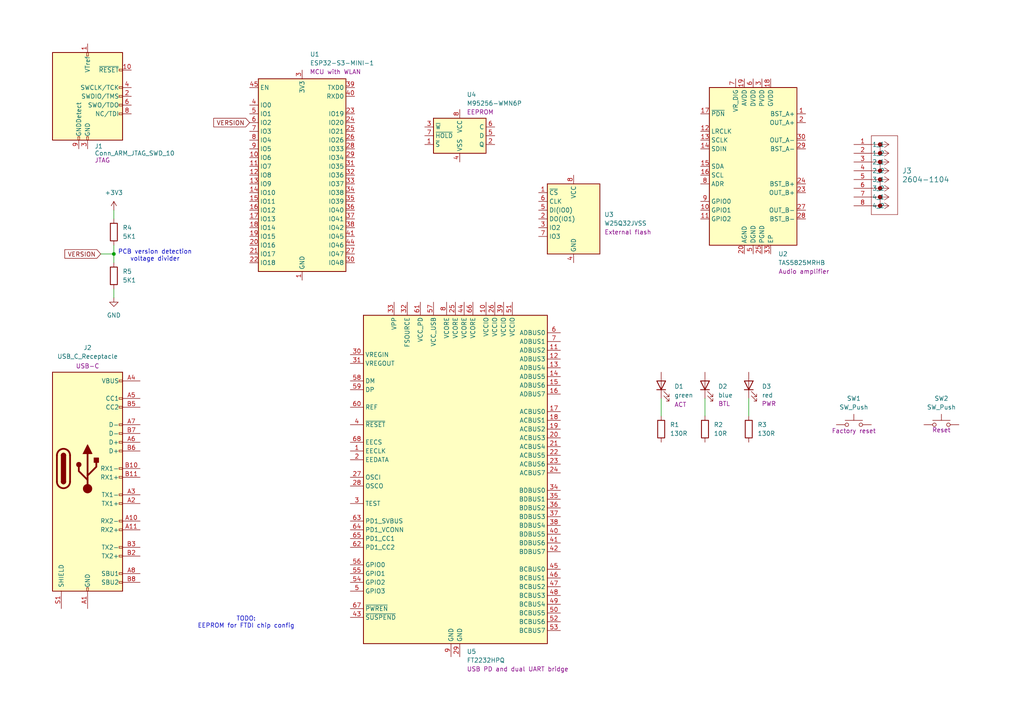
<source format=kicad_sch>
(kicad_sch (version 20231120) (generator "eeschema") (generator_version "8.0")
  (paper "A4")
  (title_block (title "soundbox"))
  (lib_symbols
    (symbol "Amplifier_Audio:TAS5825MRHB"
      (property "Reference" "U" (at -11.43 24.13 0))
      (property "Value" "TAS5825MRHB" (at 13.97 24.13 0))
      (symbol "TAS5825MRHB_0_1"
        (rectangle (start -12.7 22.86) (end 12.7 -22.86) (stroke (width 0.254)) (fill (type background)))
      )
      (symbol "TAS5825MRHB_1_1"
        (pin passive line (at 15.24 15.24 180) (length 2.54) (name "BST_A+") (number "1"))
        (pin bidirectional line (at -15.24 -12.7 0) (length 2.54) (name "GPIO1") (number "10"))
        (pin bidirectional line (at -15.24 -15.24 0) (length 2.54) (name "GPIO2") (number "11"))
        (pin input line (at -15.24 10.16 0) (length 2.54) (name "LRCLK") (number "12"))
        (pin input line (at -15.24 7.62 0) (length 2.54) (name "SCLK") (number "13"))
        (pin input line (at -15.24 5.08 0) (length 2.54) (name "SDIN") (number "14"))
        (pin bidirectional line (at -15.24 0 0) (length 2.54) (name "SDA") (number "15"))
        (pin input line (at -15.24 -2.54 0) (length 2.54) (name "SCL") (number "16"))
        (pin input line (at -15.24 15.24 0) (length 2.54) (name "~{PDN}") (number "17"))
        (pin passive line (at 5.08 25.4 270) (length 2.54) (name "GVDD") (number "18"))
        (pin passive line (at -2.54 25.4 270) (length 2.54) (name "AVDD") (number "19"))
        (pin output line (at 15.24 12.7 180) (length 2.54) (name "OUT_A+") (number "2"))
        (pin power_in line (at -2.54 -25.4 90) (length 2.54) (name "AGND") (number "20"))
        (pin passive line (at 2.54 25.4 270) (length 2.54) hide (name "PVDD") (number "21"))
        (pin passive line (at 2.54 25.4 270) (length 2.54) hide (name "PVDD") (number "22"))
        (pin output line (at 15.24 -7.62 180) (length 2.54) (name "OUT_B+") (number "23"))
        (pin passive line (at 15.24 -5.08 180) (length 2.54) (name "BST_B+") (number "24"))
        (pin power_in line (at 2.54 -25.4 90) (length 2.54) (name "PGND") (number "25"))
        (pin passive line (at 2.54 -25.4 90) (length 2.54) hide (name "PGND") (number "26"))
        (pin output line (at 15.24 -12.7 180) (length 2.54) (name "OUT_B-") (number "27"))
        (pin passive line (at 15.24 -15.24 180) (length 2.54) (name "BST_B-") (number "28"))
        (pin passive line (at 15.24 5.08 180) (length 2.54) (name "BST_A-") (number "29"))
        (pin power_in line (at 2.54 25.4 270) (length 2.54) (name "PVDD") (number "3"))
        (pin output line (at 15.24 7.62 180) (length 2.54) (name "OUT_A-") (number "30"))
        (pin passive line (at 2.54 -25.4 90) (length 2.54) hide (name "PGND") (number "31"))
        (pin passive line (at 2.54 -25.4 90) (length 2.54) hide (name "PGND") (number "32"))
        (pin passive line (at 5.08 -25.4 90) (length 2.54) (name "EP") (number "33"))
        (pin passive line (at 2.54 25.4 270) (length 2.54) hide (name "PVDD") (number "4"))
        (pin power_in line (at 0 -25.4 90) (length 2.54) (name "DGND") (number "5"))
        (pin power_in line (at 0 25.4 270) (length 2.54) (name "DVDD") (number "6"))
        (pin passive line (at -5.08 25.4 270) (length 2.54) (name "VR_DIG") (number "7"))
        (pin passive line (at -15.24 -5.08 0) (length 2.54) (name "ADR") (number "8"))
        (pin bidirectional line (at -15.24 -10.16 0) (length 2.54) (name "GPIO0") (number "9"))
      )
    )
    (symbol "Connector:Conn_ARM_JTAG_SWD_10" (pin_names (offset 1.016))
      (property "Reference" "J" (at -2.54 16.51 0))
      (property "Value" "Conn_ARM_JTAG_SWD_10" (at -2.54 13.97 0))
      (symbol "Conn_ARM_JTAG_SWD_10_0_1"
        (rectangle (start -10.16 12.7) (end 10.16 -12.7) (stroke (width 0.254)) (fill (type background)))
        (rectangle (start -2.794 -12.7) (end -2.286 -11.684))
        (rectangle (start -0.254 -12.7) (end 0.254 -11.684))
        (rectangle (start -0.254 12.7) (end 0.254 11.684))
        (rectangle (start 9.144 2.286) (end 10.16 2.794))
        (rectangle (start 10.16 -2.794) (end 9.144 -2.286))
        (rectangle (start 10.16 -0.254) (end 9.144 0.254))
        (rectangle (start 10.16 7.874) (end 9.144 7.366))
      )
      (symbol "Conn_ARM_JTAG_SWD_10_1_1"
        (rectangle (start 9.144 -5.334) (end 10.16 -4.826))
        (pin power_in line (at 0 15.24 270) (length 2.54) (name "VTref") (number "1"))
        (pin open_collector line (at 12.7 7.62 180) (length 2.54) (name "~{RESET}") (number "10"))
        (pin bidirectional line (at 12.7 0 180) (length 2.54) (name "SWDIO/TMS") (number "2"))
        (pin power_in line (at 0 -15.24 90) (length 2.54) (name "GND") (number "3"))
        (pin output line (at 12.7 2.54 180) (length 2.54) (name "SWCLK/TCK") (number "4"))
        (pin passive line (at 0 -15.24 90) (length 2.54) hide (name "GND") (number "5"))
        (pin input line (at 12.7 -2.54 180) (length 2.54) (name "SWO/TDO") (number "6"))
        (pin no_connect line (at -10.16 0 0) (length 2.54) hide (name "KEY") (number "7"))
        (pin output line (at 12.7 -5.08 180) (length 2.54) (name "NC/TDI") (number "8"))
        (pin passive line (at -2.54 -15.24 90) (length 2.54) (name "GNDDetect") (number "9"))
      )
    )
    (symbol "Connector:USB_C_Receptacle" (pin_names (offset 1.016))
      (property "Reference" "J" (at -10.16 29.21 0))
      (property "Value" "USB_C_Receptacle" (at 10.16 29.21 0))
      (symbol "USB_C_Receptacle_0_0"
        (rectangle (start -0.254 -35.56) (end 0.254 -34.544))
        (rectangle (start 10.16 -32.766) (end 9.144 -33.274))
        (rectangle (start 10.16 -30.226) (end 9.144 -30.734))
        (rectangle (start 10.16 -25.146) (end 9.144 -25.654))
        (rectangle (start 10.16 -22.606) (end 9.144 -23.114))
        (rectangle (start 10.16 -17.526) (end 9.144 -18.034))
        (rectangle (start 10.16 -14.986) (end 9.144 -15.494))
        (rectangle (start 10.16 -9.906) (end 9.144 -10.414))
        (rectangle (start 10.16 -7.366) (end 9.144 -7.874))
        (rectangle (start 10.16 -2.286) (end 9.144 -2.794))
        (rectangle (start 10.16 0.254) (end 9.144 -0.254))
        (rectangle (start 10.16 5.334) (end 9.144 4.826))
        (rectangle (start 10.16 7.874) (end 9.144 7.366))
        (rectangle (start 10.16 10.414) (end 9.144 9.906))
        (rectangle (start 10.16 12.954) (end 9.144 12.446))
        (rectangle (start 10.16 18.034) (end 9.144 17.526))
        (rectangle (start 10.16 20.574) (end 9.144 20.066))
        (rectangle (start 10.16 25.654) (end 9.144 25.146))
      )
      (symbol "USB_C_Receptacle_0_1"
        (rectangle (start -10.16 27.94) (end 10.16 -35.56) (stroke (width 0.254)) (fill (type background)))
        (arc (start -8.89 -3.81) (mid -6.985 -5.7067) (end -5.08 -3.81) (stroke (width 0.508)))
        (arc (start -7.62 -3.81) (mid -6.985 -4.4423) (end -6.35 -3.81) (stroke (width 0.254)))
        (arc (start -7.62 -3.81) (mid -6.985 -4.4423) (end -6.35 -3.81) (stroke (width 0.254)) (fill (type outline)))
        (rectangle (start -7.62 -3.81) (end -6.35 3.81) (stroke (width 0.254)) (fill (type outline)))
        (arc (start -6.35 3.81) (mid -6.985 4.4423) (end -7.62 3.81) (stroke (width 0.254)))
        (arc (start -6.35 3.81) (mid -6.985 4.4423) (end -7.62 3.81) (stroke (width 0.254)) (fill (type outline)))
        (arc (start -5.08 3.81) (mid -6.985 5.7067) (end -8.89 3.81) (stroke (width 0.508)))
        (polyline (pts (xy -8.89 -3.81) (xy -8.89 3.81)) (stroke (width 0.508)))
        (polyline (pts (xy -5.08 3.81) (xy -5.08 -3.81)) (stroke (width 0.508)))
      )
      (symbol "USB_C_Receptacle_1_1"
        (circle (center -2.54 1.143) (radius 0.635) (stroke (width 0.254)) (fill (type outline)))
        (circle (center 0 -5.842) (radius 1.27) (fill (type outline)))
        (polyline (pts (xy 0 -5.842) (xy 0 4.318)) (stroke (width 0.508)))
        (polyline (pts (xy 0 -3.302) (xy -2.54 -0.762) (xy -2.54 0.508)) (stroke (width 0.508)))
        (polyline (pts (xy 0 -2.032) (xy 2.54 0.508) (xy 2.54 1.778)) (stroke (width 0.508)))
        (polyline (pts (xy -1.27 4.318) (xy 0 6.858) (xy 1.27 4.318) (xy -1.27 4.318)) (stroke (width 0.254)) (fill (type outline)))
        (rectangle (start 1.905 1.778) (end 3.175 3.048) (stroke (width 0.254)) (fill (type outline)))
        (pin passive line (at 0 -40.64 90) (length 5.08) (name "GND") (number "A1"))
        (pin bidirectional line (at 15.24 -15.24 180) (length 5.08) (name "RX2-") (number "A10"))
        (pin bidirectional line (at 15.24 -17.78 180) (length 5.08) (name "RX2+") (number "A11"))
        (pin passive line (at 0 -40.64 90) (length 5.08) hide (name "GND") (number "A12"))
        (pin bidirectional line (at 15.24 -10.16 180) (length 5.08) (name "TX1+") (number "A2"))
        (pin bidirectional line (at 15.24 -7.62 180) (length 5.08) (name "TX1-") (number "A3"))
        (pin passive line (at 15.24 25.4 180) (length 5.08) (name "VBUS") (number "A4"))
        (pin bidirectional line (at 15.24 20.32 180) (length 5.08) (name "CC1") (number "A5"))
        (pin bidirectional line (at 15.24 7.62 180) (length 5.08) (name "D+") (number "A6"))
        (pin bidirectional line (at 15.24 12.7 180) (length 5.08) (name "D-") (number "A7"))
        (pin bidirectional line (at 15.24 -30.48 180) (length 5.08) (name "SBU1") (number "A8"))
        (pin passive line (at 15.24 25.4 180) (length 5.08) hide (name "VBUS") (number "A9"))
        (pin passive line (at 0 -40.64 90) (length 5.08) hide (name "GND") (number "B1"))
        (pin bidirectional line (at 15.24 0 180) (length 5.08) (name "RX1-") (number "B10"))
        (pin bidirectional line (at 15.24 -2.54 180) (length 5.08) (name "RX1+") (number "B11"))
        (pin passive line (at 0 -40.64 90) (length 5.08) hide (name "GND") (number "B12"))
        (pin bidirectional line (at 15.24 -25.4 180) (length 5.08) (name "TX2+") (number "B2"))
        (pin bidirectional line (at 15.24 -22.86 180) (length 5.08) (name "TX2-") (number "B3"))
        (pin passive line (at 15.24 25.4 180) (length 5.08) hide (name "VBUS") (number "B4"))
        (pin bidirectional line (at 15.24 17.78 180) (length 5.08) (name "CC2") (number "B5"))
        (pin bidirectional line (at 15.24 5.08 180) (length 5.08) (name "D+") (number "B6"))
        (pin bidirectional line (at 15.24 10.16 180) (length 5.08) (name "D-") (number "B7"))
        (pin bidirectional line (at 15.24 -33.02 180) (length 5.08) (name "SBU2") (number "B8"))
        (pin passive line (at 15.24 25.4 180) (length 5.08) hide (name "VBUS") (number "B9"))
        (pin passive line (at -7.62 -40.64 90) (length 5.08) (name "SHIELD") (number "S1"))
      )
    )
    (symbol "Device:LED" (pin_numbers hide) (pin_names (offset 1.016) hide)
      (property "Reference" "D" (at 0 2.54 0))
      (property "Value" "LED" (at 0 -2.54 0))
      (symbol "LED_0_1"
        (polyline (pts (xy -1.27 -1.27) (xy -1.27 1.27)) (stroke (width 0.254)))
        (polyline (pts (xy -1.27 0) (xy 1.27 0)))
        (polyline (pts (xy 1.27 -1.27) (xy 1.27 1.27) (xy -1.27 0) (xy 1.27 -1.27)) (stroke (width 0.254)))
        (polyline (pts (xy -3.048 -0.762) (xy -4.572 -2.286) (xy -3.81 -2.286) (xy -4.572 -2.286) (xy -4.572 -1.524)))
        (polyline (pts (xy -1.778 -0.762) (xy -3.302 -2.286) (xy -2.54 -2.286) (xy -3.302 -2.286) (xy -3.302 -1.524)))
      )
      (symbol "LED_1_1"
        (pin passive line (at -3.81 0 0) (length 2.54) (name "K") (number "1"))
        (pin passive line (at 3.81 0 180) (length 2.54) (name "A") (number "2"))
      )
    )
    (symbol "Device:R" (pin_numbers hide) (pin_names (offset 0))
      (property "Reference" "R" (at 2.032 0 90))
      (property "Value" "R" (at 0 0 90))
      (symbol "R_0_1"
        (rectangle (start -1.016 -2.54) (end 1.016 2.54) (stroke (width 0.254)))
      )
      (symbol "R_1_1"
        (pin passive line (at 0 3.81 270) (length 1.27) (name "~") (number "1"))
        (pin passive line (at 0 -3.81 90) (length 1.27) (name "~") (number "2"))
      )
    )
    (symbol "Memory_EEPROM:M95256-WMN6P"
      (property "Reference" "U" (at -7.62 6.35 0))
      (property "Value" "M95256-WMN6P" (at 2.54 -6.35 0))
      (symbol "M95256-WMN6P_1_1"
        (rectangle (start -7.62 5.08) (end 7.62 -5.08) (stroke (width 0.254)) (fill (type background)))
        (pin input line (at -10.16 -2.54 0) (length 2.54) (name "~{S}") (number "1"))
        (pin output line (at 10.16 -2.54 180) (length 2.54) (name "Q") (number "2"))
        (pin input line (at -10.16 2.54 0) (length 2.54) (name "~{W}") (number "3"))
        (pin power_in line (at 0 -7.62 90) (length 2.54) (name "VSS") (number "4"))
        (pin input line (at 10.16 0 180) (length 2.54) (name "D") (number "5"))
        (pin input line (at 10.16 2.54 180) (length 2.54) (name "C") (number "6"))
        (pin input line (at -10.16 0 0) (length 2.54) (name "~{HOLD}") (number "7"))
        (pin power_in line (at 0 7.62 270) (length 2.54) (name "VCC") (number "8"))
      )
    )
    (symbol "Memory_Flash:W25Q32JVSS"
      (property "Reference" "U" (at -6.35 11.43 0))
      (property "Value" "W25Q32JVSS" (at 7.62 11.43 0))
      (symbol "W25Q32JVSS_0_1"
        (rectangle (start -7.62 10.16) (end 7.62 -10.16) (stroke (width 0.254)) (fill (type background)))
      )
      (symbol "W25Q32JVSS_1_1"
        (pin input line (at -10.16 7.62 0) (length 2.54) (name "~{CS}") (number "1"))
        (pin bidirectional line (at -10.16 0 0) (length 2.54) (name "DO(IO1)") (number "2"))
        (pin bidirectional line (at -10.16 -2.54 0) (length 2.54) (name "IO2") (number "3"))
        (pin power_in line (at 0 -12.7 90) (length 2.54) (name "GND") (number "4"))
        (pin bidirectional line (at -10.16 2.54 0) (length 2.54) (name "DI(IO0)") (number "5"))
        (pin input line (at -10.16 5.08 0) (length 2.54) (name "CLK") (number "6"))
        (pin bidirectional line (at -10.16 -5.08 0) (length 2.54) (name "IO3") (number "7"))
        (pin power_in line (at 0 12.7 270) (length 2.54) (name "VCC") (number "8"))
      )
    )
    (symbol "RF_Module:ESP32-S3-MINI-1"
      (property "Reference" "U" (at -11.43 29.21 0))
      (property "Value" "ESP32-S3-MINI-1" (at 12.7 29.21 0))
      (symbol "ESP32-S3-MINI-1_0_1"
        (rectangle (start -12.7 27.94) (end 12.7 -27.94) (stroke (width 0.254)) (fill (type background)))
      )
      (symbol "ESP32-S3-MINI-1_1_1"
        (pin power_in line (at 0 -30.48 90) (length 2.54) (name "GND") (number "1"))
        (pin bidirectional line (at -15.24 5.08 0) (length 2.54) (name "IO6") (number "10"))
        (pin bidirectional line (at -15.24 2.54 0) (length 2.54) (name "IO7") (number "11"))
        (pin bidirectional line (at -15.24 0 0) (length 2.54) (name "IO8") (number "12"))
        (pin bidirectional line (at -15.24 -2.54 0) (length 2.54) (name "IO9") (number "13"))
        (pin bidirectional line (at -15.24 -5.08 0) (length 2.54) (name "IO10") (number "14"))
        (pin bidirectional line (at -15.24 -7.62 0) (length 2.54) (name "IO11") (number "15"))
        (pin bidirectional line (at -15.24 -10.16 0) (length 2.54) (name "IO12") (number "16"))
        (pin bidirectional line (at -15.24 -12.7 0) (length 2.54) (name "IO13") (number "17"))
        (pin bidirectional line (at -15.24 -15.24 0) (length 2.54) (name "IO14") (number "18"))
        (pin bidirectional line (at -15.24 -17.78 0) (length 2.54) (name "IO15") (number "19"))
        (pin passive line (at 0 -30.48 90) (length 2.54) hide (name "GND") (number "2"))
        (pin bidirectional line (at -15.24 -20.32 0) (length 2.54) (name "IO16") (number "20"))
        (pin bidirectional line (at -15.24 -22.86 0) (length 2.54) (name "IO17") (number "21"))
        (pin bidirectional line (at -15.24 -25.4 0) (length 2.54) (name "IO18") (number "22"))
        (pin bidirectional line (at 15.24 17.78 180) (length 2.54) (name "IO19") (number "23"))
        (pin bidirectional line (at 15.24 15.24 180) (length 2.54) (name "IO20") (number "24"))
        (pin bidirectional line (at 15.24 12.7 180) (length 2.54) (name "IO21") (number "25"))
        (pin bidirectional line (at 15.24 10.16 180) (length 2.54) (name "IO26") (number "26"))
        (pin bidirectional line (at 15.24 -22.86 180) (length 2.54) (name "IO47") (number "27"))
        (pin bidirectional line (at 15.24 7.62 180) (length 2.54) (name "IO33") (number "28"))
        (pin bidirectional line (at 15.24 5.08 180) (length 2.54) (name "IO34") (number "29"))
        (pin power_in line (at 0 30.48 270) (length 2.54) (name "3V3") (number "3"))
        (pin bidirectional line (at 15.24 -25.4 180) (length 2.54) (name "IO48") (number "30"))
        (pin bidirectional line (at 15.24 2.54 180) (length 2.54) (name "IO35") (number "31"))
        (pin bidirectional line (at 15.24 0 180) (length 2.54) (name "IO36") (number "32"))
        (pin bidirectional line (at 15.24 -2.54 180) (length 2.54) (name "IO37") (number "33"))
        (pin bidirectional line (at 15.24 -5.08 180) (length 2.54) (name "IO38") (number "34"))
        (pin bidirectional line (at 15.24 -7.62 180) (length 2.54) (name "IO39") (number "35"))
        (pin bidirectional line (at 15.24 -10.16 180) (length 2.54) (name "IO40") (number "36"))
        (pin bidirectional line (at 15.24 -12.7 180) (length 2.54) (name "IO41") (number "37"))
        (pin bidirectional line (at 15.24 -15.24 180) (length 2.54) (name "IO42") (number "38"))
        (pin bidirectional line (at 15.24 25.4 180) (length 2.54) (name "TXD0") (number "39"))
        (pin bidirectional line (at -15.24 20.32 0) (length 2.54) (name "IO0") (number "4"))
        (pin bidirectional line (at 15.24 22.86 180) (length 2.54) (name "RXD0") (number "40"))
        (pin bidirectional line (at 15.24 -17.78 180) (length 2.54) (name "IO45") (number "41"))
        (pin passive line (at 0 -30.48 90) (length 2.54) hide (name "GND") (number "42"))
        (pin passive line (at 0 -30.48 90) (length 2.54) hide (name "GND") (number "43"))
        (pin bidirectional line (at 15.24 -20.32 180) (length 2.54) (name "IO46") (number "44"))
        (pin input line (at -15.24 25.4 0) (length 2.54) (name "EN") (number "45"))
        (pin passive line (at 0 -30.48 90) (length 2.54) hide (name "GND") (number "46"))
        (pin passive line (at 0 -30.48 90) (length 2.54) hide (name "GND") (number "47"))
        (pin passive line (at 0 -30.48 90) (length 2.54) hide (name "GND") (number "48"))
        (pin passive line (at 0 -30.48 90) (length 2.54) hide (name "GND") (number "49"))
        (pin bidirectional line (at -15.24 17.78 0) (length 2.54) (name "IO1") (number "5"))
        (pin passive line (at 0 -30.48 90) (length 2.54) hide (name "GND") (number "50"))
        (pin passive line (at 0 -30.48 90) (length 2.54) hide (name "GND") (number "51"))
        (pin passive line (at 0 -30.48 90) (length 2.54) hide (name "GND") (number "52"))
        (pin passive line (at 0 -30.48 90) (length 2.54) hide (name "GND") (number "53"))
        (pin passive line (at 0 -30.48 90) (length 2.54) hide (name "GND") (number "54"))
        (pin passive line (at 0 -30.48 90) (length 2.54) hide (name "GND") (number "55"))
        (pin passive line (at 0 -30.48 90) (length 2.54) hide (name "GND") (number "56"))
        (pin passive line (at 0 -30.48 90) (length 2.54) hide (name "GND") (number "57"))
        (pin passive line (at 0 -30.48 90) (length 2.54) hide (name "GND") (number "58"))
        (pin passive line (at 0 -30.48 90) (length 2.54) hide (name "GND") (number "59"))
        (pin bidirectional line (at -15.24 15.24 0) (length 2.54) (name "IO2") (number "6"))
        (pin passive line (at 0 -30.48 90) (length 2.54) hide (name "GND") (number "60"))
        (pin passive line (at 0 -30.48 90) (length 2.54) hide (name "GND") (number "61"))
        (pin passive line (at 0 -30.48 90) (length 2.54) hide (name "GND") (number "62"))
        (pin passive line (at 0 -30.48 90) (length 2.54) hide (name "GND") (number "63"))
        (pin passive line (at 0 -30.48 90) (length 2.54) hide (name "GND") (number "64"))
        (pin passive line (at 0 -30.48 90) (length 2.54) hide (name "GND") (number "65"))
        (pin bidirectional line (at -15.24 12.7 0) (length 2.54) (name "IO3") (number "7"))
        (pin bidirectional line (at -15.24 10.16 0) (length 2.54) (name "IO4") (number "8"))
        (pin bidirectional line (at -15.24 7.62 0) (length 2.54) (name "IO5") (number "9"))
      )
    )
    (symbol "Switch:SW_Push" (pin_numbers hide) (pin_names (offset 1.016) hide)
      (property "Reference" "SW" (at 1.27 2.54 0))
      (property "Value" "SW_Push" (at 0 -1.524 0))
      (symbol "SW_Push_0_1"
        (circle (center -2.032 0) (radius 0.508))
        (polyline (pts (xy 0 1.27) (xy 0 3.048)))
        (polyline (pts (xy 2.54 1.27) (xy -2.54 1.27)))
        (circle (center 2.032 0) (radius 0.508))
        (pin passive line (at -5.08 0 0) (length 2.54) (name "1") (number "1"))
        (pin passive line (at 5.08 0 180) (length 2.54) (name "2") (number "2"))
      )
    )
    (symbol "Ultra_Librarian:2604-1104" (pin_names (offset 0.254))
      (property "Reference" "J" (at 8.89 6.35 0))
      (property "Value" "2604-1104" (at 0 0 0))
      (symbol "2604-1104_1_1"
        (polyline (pts (xy 5.08 -20.32) (xy 12.7 -20.32)) (stroke (width 0.127)))
        (polyline (pts (xy 5.08 2.54) (xy 5.08 -20.32)) (stroke (width 0.127)))
        (polyline (pts (xy 7.62 -15.24) (xy 7.62 -17.78)) (stroke (width 0.127)))
        (polyline (pts (xy 7.62 -10.16) (xy 7.62 -12.7)) (stroke (width 0.127)))
        (polyline (pts (xy 7.62 -5.08) (xy 7.62 -7.62)) (stroke (width 0.127)))
        (polyline (pts (xy 7.62 0) (xy 7.62 -2.54)) (stroke (width 0.127)))
        (polyline (pts (xy 10.16 -17.78) (xy 5.08 -17.78)) (stroke (width 0.127)))
        (polyline (pts (xy 10.16 -17.78) (xy 8.89 -18.6267)) (stroke (width 0.127)))
        (polyline (pts (xy 10.16 -17.78) (xy 8.89 -16.9333)) (stroke (width 0.127)))
        (polyline (pts (xy 10.16 -15.24) (xy 5.08 -15.24)) (stroke (width 0.127)))
        (polyline (pts (xy 10.16 -15.24) (xy 8.89 -16.0867)) (stroke (width 0.127)))
        (polyline (pts (xy 10.16 -15.24) (xy 8.89 -14.3933)) (stroke (width 0.127)))
        (polyline (pts (xy 10.16 -12.7) (xy 5.08 -12.7)) (stroke (width 0.127)))
        (polyline (pts (xy 10.16 -12.7) (xy 8.89 -13.5467)) (stroke (width 0.127)))
        (polyline (pts (xy 10.16 -12.7) (xy 8.89 -11.8533)) (stroke (width 0.127)))
        (polyline (pts (xy 10.16 -10.16) (xy 5.08 -10.16)) (stroke (width 0.127)))
        (polyline (pts (xy 10.16 -10.16) (xy 8.89 -11.0067)) (stroke (width 0.127)))
        (polyline (pts (xy 10.16 -10.16) (xy 8.89 -9.3133)) (stroke (width 0.127)))
        (polyline (pts (xy 10.16 -7.62) (xy 5.08 -7.62)) (stroke (width 0.127)))
        (polyline (pts (xy 10.16 -7.62) (xy 8.89 -8.4667)) (stroke (width 0.127)))
        (polyline (pts (xy 10.16 -7.62) (xy 8.89 -6.7733)) (stroke (width 0.127)))
        (polyline (pts (xy 10.16 -5.08) (xy 5.08 -5.08)) (stroke (width 0.127)))
        (polyline (pts (xy 10.16 -5.08) (xy 8.89 -5.9267)) (stroke (width 0.127)))
        (polyline (pts (xy 10.16 -5.08) (xy 8.89 -4.2333)) (stroke (width 0.127)))
        (polyline (pts (xy 10.16 -2.54) (xy 5.08 -2.54)) (stroke (width 0.127)))
        (polyline (pts (xy 10.16 -2.54) (xy 8.89 -3.3867)) (stroke (width 0.127)))
        (polyline (pts (xy 10.16 -2.54) (xy 8.89 -1.6933)) (stroke (width 0.127)))
        (polyline (pts (xy 10.16 0) (xy 5.08 0)) (stroke (width 0.127)))
        (polyline (pts (xy 10.16 0) (xy 8.89 -0.8467)) (stroke (width 0.127)))
        (polyline (pts (xy 10.16 0) (xy 8.89 0.8467)) (stroke (width 0.127)))
        (polyline (pts (xy 12.7 -20.32) (xy 12.7 2.54)) (stroke (width 0.127)))
        (polyline (pts (xy 12.7 2.54) (xy 5.08 2.54)) (stroke (width 0.127)))
        (circle (center 7.62 -17.78) (radius 0.127) (stroke (width 0.508)))
        (circle (center 7.62 -15.24) (radius 0.127) (stroke (width 0.508)))
        (circle (center 7.62 -12.7) (radius 0.127) (stroke (width 0.508)))
        (circle (center 7.62 -10.16) (radius 0.127) (stroke (width 0.508)))
        (circle (center 7.62 -7.62) (radius 0.127) (stroke (width 0.508)))
        (circle (center 7.62 -5.08) (radius 0.127) (stroke (width 0.508)))
        (circle (center 7.62 -2.54) (radius 0.127) (stroke (width 0.508)))
        (circle (center 7.62 0) (radius 0.127) (stroke (width 0.508)))
        (pin unspecified line (at 0 0 0) (length 5.08) (name "1_1") (number "1"))
        (pin unspecified line (at 0 -2.54 0) (length 5.08) (name "1_2") (number "2"))
        (pin unspecified line (at 0 -5.08 0) (length 5.08) (name "2_1") (number "3"))
        (pin unspecified line (at 0 -7.62 0) (length 5.08) (name "2_2") (number "4"))
        (pin unspecified line (at 0 -10.16 0) (length 5.08) (name "3_1") (number "5"))
        (pin unspecified line (at 0 -12.7 0) (length 5.08) (name "3_2") (number "6"))
        (pin unspecified line (at 0 -15.24 0) (length 5.08) (name "4_1") (number "7"))
        (pin unspecified line (at 0 -17.78 0) (length 5.08) (name "4_2") (number "8"))
      )
      (symbol "2604-1104_1_2"
        (polyline (pts (xy 5.08 -20.32) (xy 12.7 -20.32)) (stroke (width 0.127)))
        (polyline (pts (xy 5.08 2.54) (xy 5.08 -20.32)) (stroke (width 0.127)))
        (polyline (pts (xy 7.62 -15.24) (xy 7.62 -17.78)) (stroke (width 0.127)))
        (polyline (pts (xy 7.62 -10.16) (xy 7.62 -12.7)) (stroke (width 0.127)))
        (polyline (pts (xy 7.62 -5.08) (xy 7.62 -7.62)) (stroke (width 0.127)))
        (polyline (pts (xy 7.62 0) (xy 7.62 -2.54)) (stroke (width 0.127)))
        (polyline (pts (xy 10.16 -17.78) (xy 5.08 -17.78)) (stroke (width 0.127)))
        (polyline (pts (xy 10.16 -17.78) (xy 8.89 -18.6267)) (stroke (width 0.127)))
        (polyline (pts (xy 10.16 -17.78) (xy 8.89 -16.9333)) (stroke (width 0.127)))
        (polyline (pts (xy 10.16 -15.24) (xy 5.08 -15.24)) (stroke (width 0.127)))
        (polyline (pts (xy 10.16 -15.24) (xy 8.89 -16.0867)) (stroke (width 0.127)))
        (polyline (pts (xy 10.16 -15.24) (xy 8.89 -14.3933)) (stroke (width 0.127)))
        (polyline (pts (xy 10.16 -12.7) (xy 5.08 -12.7)) (stroke (width 0.127)))
        (polyline (pts (xy 10.16 -12.7) (xy 8.89 -13.5467)) (stroke (width 0.127)))
        (polyline (pts (xy 10.16 -12.7) (xy 8.89 -11.8533)) (stroke (width 0.127)))
        (polyline (pts (xy 10.16 -10.16) (xy 5.08 -10.16)) (stroke (width 0.127)))
        (polyline (pts (xy 10.16 -10.16) (xy 8.89 -11.0067)) (stroke (width 0.127)))
        (polyline (pts (xy 10.16 -10.16) (xy 8.89 -9.3133)) (stroke (width 0.127)))
        (polyline (pts (xy 10.16 -7.62) (xy 5.08 -7.62)) (stroke (width 0.127)))
        (polyline (pts (xy 10.16 -7.62) (xy 8.89 -8.4667)) (stroke (width 0.127)))
        (polyline (pts (xy 10.16 -7.62) (xy 8.89 -6.7733)) (stroke (width 0.127)))
        (polyline (pts (xy 10.16 -5.08) (xy 5.08 -5.08)) (stroke (width 0.127)))
        (polyline (pts (xy 10.16 -5.08) (xy 8.89 -5.9267)) (stroke (width 0.127)))
        (polyline (pts (xy 10.16 -5.08) (xy 8.89 -4.2333)) (stroke (width 0.127)))
        (polyline (pts (xy 10.16 -2.54) (xy 5.08 -2.54)) (stroke (width 0.127)))
        (polyline (pts (xy 10.16 -2.54) (xy 8.89 -3.3867)) (stroke (width 0.127)))
        (polyline (pts (xy 10.16 -2.54) (xy 8.89 -1.6933)) (stroke (width 0.127)))
        (polyline (pts (xy 10.16 0) (xy 5.08 0)) (stroke (width 0.127)))
        (polyline (pts (xy 10.16 0) (xy 8.89 -0.8467)) (stroke (width 0.127)))
        (polyline (pts (xy 10.16 0) (xy 8.89 0.8467)) (stroke (width 0.127)))
        (polyline (pts (xy 12.7 -20.32) (xy 12.7 2.54)) (stroke (width 0.127)))
        (polyline (pts (xy 12.7 2.54) (xy 5.08 2.54)) (stroke (width 0.127)))
        (circle (center 7.62 -17.78) (radius 0.127) (stroke (width 0.508)))
        (circle (center 7.62 -15.24) (radius 0.127) (stroke (width 0.508)))
        (circle (center 7.62 -12.7) (radius 0.127) (stroke (width 0.508)))
        (circle (center 7.62 -10.16) (radius 0.127) (stroke (width 0.508)))
        (circle (center 7.62 -7.62) (radius 0.127) (stroke (width 0.508)))
        (circle (center 7.62 -5.08) (radius 0.127) (stroke (width 0.508)))
        (circle (center 7.62 -2.54) (radius 0.127) (stroke (width 0.508)))
        (circle (center 7.62 0) (radius 0.127) (stroke (width 0.508)))
        (pin unspecified line (at 0 0 0) (length 5.08) (name "1_1") (number "1"))
        (pin unspecified line (at 0 -2.54 0) (length 5.08) (name "1_2") (number "2"))
        (pin unspecified line (at 0 -5.08 0) (length 5.08) (name "2_1") (number "3"))
        (pin unspecified line (at 0 -7.62 0) (length 5.08) (name "2_2") (number "4"))
        (pin unspecified line (at 0 -10.16 0) (length 5.08) (name "3_1") (number "5"))
        (pin unspecified line (at 0 -12.7 0) (length 5.08) (name "3_2") (number "6"))
        (pin unspecified line (at 0 -15.24 0) (length 5.08) (name "4_1") (number "7"))
        (pin unspecified line (at 0 -17.78 0) (length 5.08) (name "4_2") (number "8"))
      )
    )
    (symbol "power:+3V3" (power) (pin_numbers hide) (pin_names (offset 0) hide)
      (property "Value" "+3V3" (at 0 3.556 0))
      (symbol "+3V3_0_1"
        (polyline (pts (xy -0.762 1.27) (xy 0 2.54)))
        (polyline (pts (xy 0 0) (xy 0 2.54)))
        (polyline (pts (xy 0 2.54) (xy 0.762 1.27)))
      )
      (symbol "+3V3_1_1"
        (pin power_in line (at 0 0 90) (length 0) (name "~") (number "1"))
      )
    )
    (symbol "power:GND" (power) (pin_numbers hide) (pin_names (offset 0) hide)
      (property "Value" "GND" (at 0 -3.81 0))
      (symbol "GND_0_1"
        (polyline (pts (xy 0 0) (xy 0 -1.27) (xy 1.27 -1.27) (xy 0 -2.54) (xy -1.27 -1.27) (xy 0 -1.27)))
      )
      (symbol "GND_1_1"
        (pin power_in line (at 0 0 270) (length 0) (name "~") (number "1"))
      )
    )
    (symbol "xengineering:FT2232HPQ"
      (property "Reference" "U" (at 20.828 52.07 0))
      (property "Value" "FT2232HPQ" (at 25.654 49.53 0))
      (symbol "FT2232HPQ_0_1"
        (rectangle (start -26.67 46.99) (end 26.67 -48.26) (stroke (width 0.254)) (fill (type background)))
      )
      (symbol "FT2232HPQ_1_1"
        (pin output line (at -30.48 7.62 0) (length 3.81) (name "EECLK") (number "1"))
        (pin input line (at 8.89 50.8 270) (length 3.81) (name "VCCIO") (number "10"))
        (pin bidirectional line (at 30.48 36.83 180) (length 3.81) (name "ADBUS2") (number "11"))
        (pin bidirectional line (at 30.48 34.29 180) (length 3.81) (name "ADBUS3") (number "12"))
        (pin bidirectional line (at 30.48 31.75 180) (length 3.81) (name "ADBUS4") (number "13"))
        (pin bidirectional line (at 30.48 29.21 180) (length 3.81) (name "ADBUS5") (number "14"))
        (pin bidirectional line (at 30.48 26.67 180) (length 3.81) (name "ADBUS6") (number "15"))
        (pin bidirectional line (at 30.48 24.13 180) (length 3.81) (name "ADBUS7") (number "16"))
        (pin bidirectional line (at 30.48 19.05 180) (length 3.81) (name "ACBUS0") (number "17"))
        (pin bidirectional line (at 30.48 16.51 180) (length 3.81) (name "ACBUS1") (number "18"))
        (pin bidirectional line (at 30.48 13.97 180) (length 3.81) (name "ACBUS2") (number "19"))
        (pin bidirectional line (at -30.48 5.08 0) (length 3.81) (name "EEDATA") (number "2"))
        (pin bidirectional line (at 30.48 11.43 180) (length 3.81) (name "ACBUS3") (number "20"))
        (pin bidirectional line (at 30.48 8.89 180) (length 3.81) (name "ACBUS4") (number "21"))
        (pin bidirectional line (at 30.48 6.35 180) (length 3.81) (name "ACBUS5") (number "22"))
        (pin bidirectional line (at 30.48 3.81 180) (length 3.81) (name "ACBUS6") (number "23"))
        (pin bidirectional line (at 30.48 1.27 180) (length 3.81) (name "ACBUS7") (number "24"))
        (pin input line (at 0 50.8 270) (length 3.81) (name "VCORE") (number "25"))
        (pin input line (at 11.43 50.8 270) (length 3.81) (name "VCCIO") (number "26"))
        (pin input line (at -30.48 0 0) (length 3.81) (name "OSCI") (number "27"))
        (pin output line (at -30.48 -2.54 0) (length 3.81) (name "OSCO") (number "28"))
        (pin input line (at 1.27 -52.07 90) (length 3.81) (name "GND") (number "29"))
        (pin input line (at -30.48 -7.62 0) (length 3.81) (name "TEST") (number "3"))
        (pin input line (at -30.48 35.56 0) (length 3.81) (name "VREGIN") (number "30"))
        (pin output line (at -30.48 33.02 0) (length 3.81) (name "VREGOUT") (number "31"))
        (pin input line (at -13.97 50.8 270) (length 3.81) (name "FSOURCE") (number "32"))
        (pin input line (at -17.78 50.8 270) (length 3.81) (name "VPP") (number "33"))
        (pin bidirectional line (at 30.48 -3.81 180) (length 3.81) (name "BDBUS0") (number "34"))
        (pin bidirectional line (at 30.48 -6.35 180) (length 3.81) (name "BDBUS1") (number "35"))
        (pin bidirectional line (at 30.48 -8.89 180) (length 3.81) (name "BDBUS2") (number "36"))
        (pin bidirectional line (at 30.48 -11.43 180) (length 3.81) (name "BDBUS3") (number "37"))
        (pin bidirectional line (at 30.48 -13.97 180) (length 3.81) (name "BDBUS4") (number "38"))
        (pin input line (at 13.97 50.8 270) (length 3.81) (name "VCCIO") (number "39"))
        (pin input line (at -30.48 15.24 0) (length 3.81) (name "~{RESET}") (number "4"))
        (pin bidirectional line (at 30.48 -16.51 180) (length 3.81) (name "BDBUS5") (number "40"))
        (pin bidirectional line (at 30.48 -19.05 180) (length 3.81) (name "BDBUS6") (number "41"))
        (pin bidirectional line (at 30.48 -21.59 180) (length 3.81) (name "BDBUS7") (number "42"))
        (pin output line (at -30.48 -40.64 0) (length 3.81) (name "~{SUSPEND}") (number "43"))
        (pin input line (at 2.54 50.8 270) (length 3.81) (name "VCORE") (number "44"))
        (pin bidirectional line (at 30.48 -26.67 180) (length 3.81) (name "BCBUS0") (number "45"))
        (pin bidirectional line (at 30.48 -29.21 180) (length 3.81) (name "BCBUS1") (number "46"))
        (pin bidirectional line (at 30.48 -31.75 180) (length 3.81) (name "BCBUS2") (number "47"))
        (pin bidirectional line (at 30.48 -34.29 180) (length 3.81) (name "BCBUS3") (number "48"))
        (pin bidirectional line (at 30.48 -36.83 180) (length 3.81) (name "BCBUS4") (number "49"))
        (pin bidirectional line (at -30.48 -33.02 0) (length 3.81) (name "GPIO3") (number "5"))
        (pin bidirectional line (at 30.48 -39.37 180) (length 3.81) (name "BCBUS5") (number "50"))
        (pin input line (at 16.51 50.8 270) (length 3.81) (name "VCCIO") (number "51"))
        (pin bidirectional line (at 30.48 -41.91 180) (length 3.81) (name "BCBUS6") (number "52"))
        (pin bidirectional line (at 30.48 -44.45 180) (length 3.81) (name "BCBUS7") (number "53"))
        (pin bidirectional line (at -30.48 -30.48 0) (length 3.81) (name "GPIO2") (number "54"))
        (pin bidirectional line (at -30.48 -27.94 0) (length 3.81) (name "GPIO1") (number "55"))
        (pin bidirectional line (at -30.48 -25.4 0) (length 3.81) (name "GPIO0") (number "56"))
        (pin input line (at -6.35 50.8 270) (length 3.81) (name "VCC_USB") (number "57"))
        (pin bidirectional line (at -30.48 27.94 0) (length 3.81) (name "DM") (number "58"))
        (pin bidirectional line (at -30.48 25.4 0) (length 3.81) (name "DP") (number "59"))
        (pin bidirectional line (at 30.48 41.91 180) (length 3.81) (name "ADBUS0") (number "6"))
        (pin input line (at -30.48 20.32 0) (length 3.81) (name "REF") (number "60"))
        (pin input line (at -10.16 50.8 270) (length 3.81) (name "VCC_PD") (number "61"))
        (pin bidirectional line (at -30.48 -20.32 0) (length 3.81) (name "PD1_CC2") (number "62"))
        (pin input line (at -30.48 -12.7 0) (length 3.81) (name "PD1_SVBUS") (number "63"))
        (pin input line (at -30.48 -15.24 0) (length 3.81) (name "PD1_VCONN") (number "64"))
        (pin bidirectional line (at -30.48 -17.78 0) (length 3.81) (name "PD1_CC1") (number "65"))
        (pin input line (at 5.08 50.8 270) (length 3.81) (name "VCORE") (number "66"))
        (pin output line (at -30.48 -38.1 0) (length 3.81) (name "~{PWREN}") (number "67"))
        (pin bidirectional line (at -30.48 10.16 0) (length 3.81) (name "EECS") (number "68"))
        (pin bidirectional line (at 30.48 39.37 180) (length 3.81) (name "ADBUS1") (number "7"))
        (pin input line (at -2.54 50.8 270) (length 3.81) (name "VCORE") (number "8"))
        (pin input line (at -1.27 -52.07 90) (length 3.81) (name "GND") (number "9"))
      )
    )
  )
  (junction (at 33.02 73.66))
  (wire (pts (xy 191.77 115.57) (xy 191.77 120.65)))
  (wire (pts (xy 29.21 73.66) (xy 33.02 73.66)))
  (wire (pts (xy 33.02 73.66) (xy 33.02 76.2)))
  (wire (pts (xy 33.02 71.12) (xy 33.02 73.66)))
  (wire (pts (xy 33.02 83.82) (xy 33.02 86.36)))
  (wire (pts (xy 33.02 60.96) (xy 33.02 63.5)))
  (wire (pts (xy 204.47 115.57) (xy 204.47 120.65)))
  (wire (pts (xy 217.17 115.57) (xy 217.17 120.65)))
  (text "TODO:\nEEPROM for FTDI chip config" (at 71.374 180.594 0) (effects (font (size 1.27 1.27))))
  (text "PCB version detection\nvoltage divider" (at 44.958 74.168 0) (effects (font (size 1.27 1.27))))
  (global_label "VERSION" (shape input) (at 29.21 73.66 180) (property "Intersheetrefs" "${INTERSHEET_REFS}" (effects (hide yes))))
  (global_label "VERSION" (shape input) (at 72.39 35.56 180) (property "Intersheetrefs" "${INTERSHEET_REFS}" (effects (hide yes))))
  (symbol (lib_id "power:GND") (at 33.02 86.36 0) (unit 1)
    (property "Reference" "#PWR01" (effects (hide yes)))
    (property "Value" "GND" (at 33.02 91.44 0))
    (property "Description" "Power symbol creates a global label with name \"GND\" , ground" (effects (hide yes)))
  )
  (symbol (lib_id "RF_Module:ESP32-S3-MINI-1") (at 87.63 50.8 0) (unit 1)
    (property "Reference" "U1" (at 89.916 15.748 0) (effects (justify left)))
    (property "Value" "ESP32-S3-MINI-1" (at 89.916 18.288 0) (effects (justify left)))
    (property "Footprint" "RF_Module:ESP32-S2-MINI-1" (effects (hide yes)))
    (property "Datasheet" "https://www.espressif.com/sites/default/files/documentation/esp32-s3-mini-1_mini-1u_datasheet_en.pdf" (effects (hide yes)))
    (property "Description" "MCU with WLAN" (at 97.282 20.828 0))
    (property "MPN" "ESP32-S3-MINI-1-N8" (effects (hide yes)))
    (property "Manufacturer" "Espressif Systems" (effects (hide yes)))
  )
  (symbol (lib_id "Memory_Flash:W25Q32JVSS") (at 166.37 63.5 0) (unit 1)
    (property "Reference" "U3" (at 175.26 62.2299 0) (effects (justify left)))
    (property "Value" "W25Q32JVSS" (at 175.26 64.7699 0) (effects (justify left)))
    (property "Footprint" "Package_SO:SOIC-8_5.23x5.23mm_P1.27mm" (effects (hide yes)))
    (property "Datasheet" "http://www.winbond.com/resource-files/w25q32jv%20revg%2003272018%20plus.pdf" (effects (hide yes)))
    (property "Description" "External flash" (at 182.118 67.31 0))
    (property "MPN" "W25Q32JVSSIQ" (effects (hide yes)))
    (property "Manufacturer" "Winbond Electronics" (effects (hide yes)))
  )
  (symbol (lib_id "Connector:Conn_ARM_JTAG_SWD_10") (at 25.4 27.94 0) (unit 1)
    (property "Reference" "J1" (at 27.432 42.418 0) (effects (justify left)))
    (property "Value" "Conn_ARM_JTAG_SWD_10" (at 27.432 44.45 0) (effects (justify left)))
    (property "Datasheet" "https://mm.digikey.com/Volume0/opasdata/d220001/medias/docus/6209/ftsh-1xx-xx-xxx-dv-xxx-xxx-x-xx-mkt.pdf" (effects (hide yes)))
    (property "Description" "JTAG" (at 27.432 46.482 0) (effects (justify left)))
    (property "MPN" "FTSH-105-01-L-DV-007-K-TR" (effects (hide yes)))
    (property "Manufacturer" "samtec" (effects (hide yes)))
  )
  (symbol (lib_id "Switch:SW_Push") (at 273.05 123.19 0) (unit 1)
    (property "Reference" "SW2" (at 273.05 115.57 0))
    (property "Value" "SW_Push" (at 273.05 118.11 0))
    (property "Footprint" "Button_Switch_SMD:SW_SPST_TL3305B" (effects (hide yes)))
    (property "Datasheet" "https://www.e-switch.com/wp-content/uploads/2024/08/TL3305.pdf" (effects (hide yes)))
    (property "Description" "Reset" (at 273.05 124.714 0))
    (property "MPN" "TL3305BF260QG" (effects (hide yes)))
    (property "Manufacturer" "E-Switch" (effects (hide yes)))
  )
  (symbol (lib_id "Ultra_Librarian:2604-1104") (at 247.65 41.91 0) (unit 1)
    (property "Reference" "J3" (at 261.62 49.5299 0) (effects (font (size 1.524 1.524)) (justify left)))
    (property "Value" "2604-1104" (at 261.62 52.0699 0) (effects (font (size 1.524 1.524)) (justify left)))
    (property "Footprint" "CONN4_2604-1104_WAG" (effects (hide yes)))
    (property "Description" "Speaker" (effects (hide yes)))
    (property "Manufacturer" "WAGO" (effects (hide yes)))
    (property "MPN" "2604-1104" (effects (hide yes)))
  )
  (symbol (lib_id "power:+3V3") (at 33.02 60.96 0) (unit 1)
    (property "Reference" "#PWR02" (effects (hide yes)))
    (property "Value" "+3V3" (at 33.02 55.88 0))
    (property "Description" "Power symbol creates a global label with name \"+3V3\"" (effects (hide yes)))
  )
  (symbol (lib_id "Device:R") (at 217.17 124.46 0) (unit 1)
    (property "Reference" "R3" (at 219.71 123.1899 0) (effects (justify left)))
    (property "Value" "130R" (at 219.71 125.7299 0) (effects (justify left)))
    (property "Footprint" "Resistor_SMD:R_0603_1608Metric" (effects (hide yes)))
    (property "Datasheet" "https://industrial.panasonic.com/cdbs/www-data/pdf/RDA0000/AOA0000C304.pdf" (effects (hide yes)))
    (property "Description" "Resistor" (effects (hide yes)))
    (property "MPN" "ERJ-3EKF1300V" (effects (hide yes)))
    (property "Manufacturer" "Panasonic Electronic Components" (effects (hide yes)))
  )
  (symbol (lib_id "Connector:USB_C_Receptacle") (at 25.4 135.89 0) (unit 1)
    (property "Reference" "J2" (at 25.4 100.838 0))
    (property "Value" "USB_C_Receptacle" (at 25.4 103.378 0))
    (property "Datasheet" "https://cdn.amphenol-cs.com/media/wysiwyg/files/documentation/datasheet/inputoutput/io_usb_3_2_type_c.pdf" (effects (hide yes)))
    (property "Description" "USB-C" (at 25.4 106.172 0))
    (property "MPN" "12401610E4#2A" (effects (hide yes)))
    (property "Manufacturer" "Amphenol ICC" (effects (hide yes)))
  )
  (symbol (lib_id "Switch:SW_Push") (at 247.65 123.19 0) (unit 1)
    (property "Reference" "SW1" (at 247.65 115.57 0))
    (property "Value" "SW_Push" (at 247.65 118.11 0))
    (property "Footprint" "Button_Switch_SMD:SW_SPST_TL3305B" (effects (hide yes)))
    (property "Datasheet" "https://www.e-switch.com/wp-content/uploads/2024/08/TL3305.pdf" (effects (hide yes)))
    (property "Description" "Factory reset" (at 247.65 124.968 0))
    (property "MPN" "TL3305BF260QG" (effects (hide yes)))
    (property "Manufacturer" "E-Switch" (effects (hide yes)))
  )
  (symbol (lib_id "Device:R") (at 204.47 124.46 0) (unit 1)
    (property "Reference" "R2" (at 207.01 123.1899 0) (effects (justify left)))
    (property "Value" "10R" (at 207.01 125.7299 0) (effects (justify left)))
    (property "Footprint" "Resistor_SMD:R_0603_1608Metric" (effects (hide yes)))
    (property "Datasheet" "https://industrial.panasonic.com/cdbs/www-data/pdf/RDO0000/AOA0000C331.pdf" (effects (hide yes)))
    (property "Description" "Resistor" (effects (hide yes)))
    (property "MPN" "ERJ-PA3F10R0V" (effects (hide yes)))
    (property "Manufacturer" "Panasonic Electronic Components" (effects (hide yes)))
  )
  (symbol (lib_id "Amplifier_Audio:TAS5825MRHB") (at 218.44 48.26 0) (unit 1)
    (property "Reference" "U2" (at 225.7141 73.66 0) (effects (justify left)))
    (property "Value" "TAS5825MRHB" (at 225.7141 76.2 0) (effects (justify left)))
    (property "Footprint" "Package_DFN_QFN:VQFN-32-1EP_5x5mm_P0.5mm_EP3.1x3.1mm" (effects (hide yes)))
    (property "Datasheet" "www.ti.com/lit/ds/symlink/tas5825m.pdf" (effects (hide yes)))
    (property "Description" "Audio amplifier" (at 233.172 78.74 0))
    (property "MPN" "TAS5825MRHBR" (effects (hide yes)))
    (property "Manufacturer" "Texas Instruments" (effects (hide yes)))
  )
  (symbol (lib_id "xengineering:FT2232HPQ") (at 132.08 138.43 0) (unit 1)
    (property "Reference" "U5" (at 135.382 188.976 0) (effects (justify left)))
    (property "Value" "FT2232HPQ" (at 135.382 191.516 0) (effects (justify left)))
    (property "Datasheet" "https://ftdichip.com/wp-content/uploads/2024/09/DS_FT2233HP.pdf" (effects (hide yes)))
    (property "Description" "USB PD and dual UART bridge" (at 135.382 194.056 0) (effects (justify left)))
    (property "Manufacturer" "FTDI Limited" (effects (hide yes)))
    (property "MPN" "FT2232HPQ-TRAY" (effects (hide yes)))
  )
  (symbol (lib_id "Device:R") (at 33.02 80.01 0) (unit 1)
    (property "Reference" "R5" (at 35.56 78.7399 0) (effects (justify left)))
    (property "Value" "5K1" (at 35.56 81.2799 0) (effects (justify left)))
    (property "Footprint" "Resistor_SMD:R_0603_1608Metric" (effects (hide yes)))
    (property "Datasheet" "https://industrial.panasonic.com/cdbs/www-data/pdf/RDA0000/AOA0000C304.pdf" (effects (hide yes)))
    (property "Description" "Resistor" (effects (hide yes)))
    (property "MPN" "ERJ-3EKF5101V" (effects (hide yes)))
    (property "Manufacturer" "Panasonic Electronic Components" (effects (hide yes)))
  )
  (symbol (lib_id "Device:LED") (at 191.77 111.76 90) (unit 1)
    (property "Reference" "D1" (at 195.58 112.0774 90) (effects (justify right)))
    (property "Value" "green" (at 195.58 114.6174 90) (effects (justify right)))
    (property "Footprint" "LED_SMD:LED_1206_3216Metric" (effects (hide yes)))
    (property "Datasheet" "https://s3-us-west-2.amazonaws.com/catsy.557/Dialight_CBI_data_598-1206_Apr2018.pdf" (effects (hide yes)))
    (property "Description" "ACT" (at 197.358 117.348 90))
    (property "MPN" "598-8270-107F" (effects (hide yes)))
    (property "Manufacturer" "Dialight" (effects (hide yes)))
  )
  (symbol (lib_id "Device:R") (at 33.02 67.31 0) (unit 1)
    (property "Reference" "R4" (at 35.56 66.0399 0) (effects (justify left)))
    (property "Value" "5K1" (at 35.56 68.5799 0) (effects (justify left)))
    (property "Footprint" "Resistor_SMD:R_0603_1608Metric" (effects (hide yes)))
    (property "Datasheet" "https://industrial.panasonic.com/cdbs/www-data/pdf/RDA0000/AOA0000C304.pdf" (effects (hide yes)))
    (property "Description" "Resistor" (effects (hide yes)))
    (property "MPN" "ERJ-3EKF5101V" (effects (hide yes)))
    (property "Manufacturer" "Panasonic Electronic Components" (effects (hide yes)))
  )
  (symbol (lib_id "Device:R") (at 191.77 124.46 0) (unit 1)
    (property "Reference" "R1" (at 194.31 123.1899 0) (effects (justify left)))
    (property "Value" "130R" (at 194.31 125.7299 0) (effects (justify left)))
    (property "Footprint" "Resistor_SMD:R_0603_1608Metric" (effects (hide yes)))
    (property "Datasheet" "https://industrial.panasonic.com/cdbs/www-data/pdf/RDA0000/AOA0000C304.pdf" (effects (hide yes)))
    (property "Description" "Resistor" (effects (hide yes)))
    (property "MPN" "ERJ-3EKF1300V" (effects (hide yes)))
    (property "Manufacturer" "Panasonic Electronic Components" (effects (hide yes)))
  )
  (symbol (lib_id "Memory_EEPROM:M95256-WMN6P") (at 133.35 39.37 0) (unit 1)
    (property "Reference" "U4" (at 135.382 27.432 0) (effects (justify left)))
    (property "Value" "M95256-WMN6P" (at 135.382 29.972 0) (effects (justify left)))
    (property "Footprint" "Package_SO:SOIC-8_3.9x4.9mm_P1.27mm" (effects (hide yes)))
    (property "Datasheet" "http://www.st.com/content/ccc/resource/technical/document/datasheet/9d/75/f0/3e/76/00/4c/0b/CD00103810.pdf/files/CD00103810.pdf/jcr:content/translations/en.CD00103810.pdf" (effects (hide yes)))
    (property "Description" "EEPROM" (at 139.2839 32.512 0))
    (property "MPN" "M95256-WMN6P" (effects (hide yes)))
    (property "Manufacturer" "STMicroelectronics" (effects (hide yes)))
  )
  (symbol (lib_id "Device:LED") (at 217.17 111.76 90) (unit 1)
    (property "Reference" "D3" (at 220.98 112.0774 90) (effects (justify right)))
    (property "Value" "red" (at 220.98 114.6174 90) (effects (justify right)))
    (property "Footprint" "LED_SMD:LED_1206_3216Metric" (effects (hide yes)))
    (property "Datasheet" "https://s3-us-west-2.amazonaws.com/catsy.557/Dialight_CBI_data_598-1206_Apr2018.pdf" (effects (hide yes)))
    (property "Description" "PWR" (at 223.012 117.094 90))
    (property "MPN" "598-8210-107F" (effects (hide yes)))
    (property "Manufacturer" "Dialight" (effects (hide yes)))
  )
  (symbol (lib_id "Device:LED") (at 204.47 111.76 90) (unit 1)
    (property "Reference" "D2" (at 208.28 112.0774 90) (effects (justify right)))
    (property "Value" "blue" (at 208.28 114.6174 90) (effects (justify right)))
    (property "Footprint" "LED_SMD:LED_1206_3216Metric" (effects (hide yes)))
    (property "Datasheet" "https://s3-us-west-2.amazonaws.com/catsy.557/Dialight_CBI_data_598-1206_Apr2018.pdf" (effects (hide yes)))
    (property "Description" "BTL" (at 210.058 117.094 90))
    (property "MPN" "598-8291-107F" (effects (hide yes)))
    (property "Manufacturer" "Dialight" (effects (hide yes)))
  )
)
</source>
